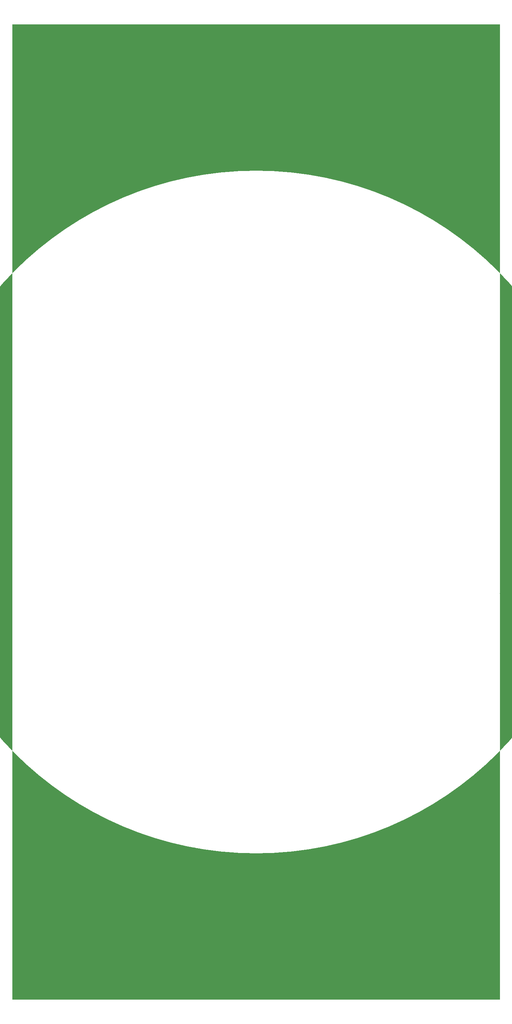
<source format=gbr>
%MOIN*%
%FSLAX23Y23*%
%OFA0.0000B0.0000*%
G90*
%ADD10R,5X10X7*%
D10
X0Y0D03*
M02*

</source>
